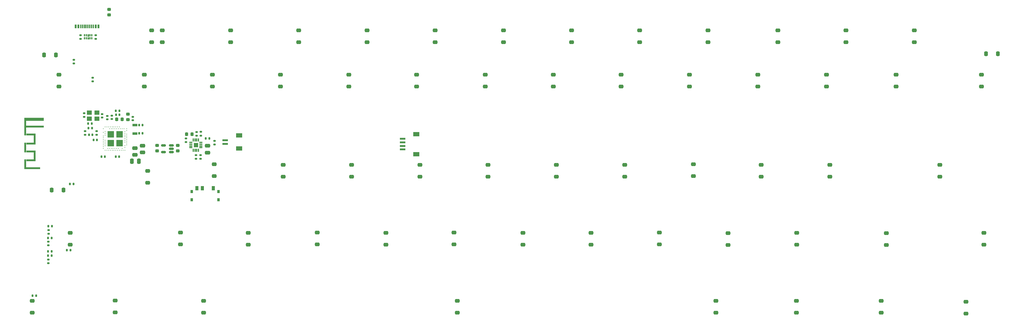
<source format=gbr>
%TF.GenerationSoftware,KiCad,Pcbnew,7.0.1-0*%
%TF.CreationDate,2023-07-30T23:25:48+05:30*%
%TF.ProjectId,Keyboard_60%,4b657962-6f61-4726-945f-3630252e6b69,rev?*%
%TF.SameCoordinates,Original*%
%TF.FileFunction,Paste,Bot*%
%TF.FilePolarity,Positive*%
%FSLAX46Y46*%
G04 Gerber Fmt 4.6, Leading zero omitted, Abs format (unit mm)*
G04 Created by KiCad (PCBNEW 7.0.1-0) date 2023-07-30 23:25:48*
%MOMM*%
%LPD*%
G01*
G04 APERTURE LIST*
G04 Aperture macros list*
%AMRoundRect*
0 Rectangle with rounded corners*
0 $1 Rounding radius*
0 $2 $3 $4 $5 $6 $7 $8 $9 X,Y pos of 4 corners*
0 Add a 4 corners polygon primitive as box body*
4,1,4,$2,$3,$4,$5,$6,$7,$8,$9,$2,$3,0*
0 Add four circle primitives for the rounded corners*
1,1,$1+$1,$2,$3*
1,1,$1+$1,$4,$5*
1,1,$1+$1,$6,$7*
1,1,$1+$1,$8,$9*
0 Add four rect primitives between the rounded corners*
20,1,$1+$1,$2,$3,$4,$5,0*
20,1,$1+$1,$4,$5,$6,$7,0*
20,1,$1+$1,$6,$7,$8,$9,0*
20,1,$1+$1,$8,$9,$2,$3,0*%
G04 Aperture macros list end*
%ADD10C,0.010000*%
%ADD11RoundRect,0.140000X-0.170000X0.140000X-0.170000X-0.140000X0.170000X-0.140000X0.170000X0.140000X0*%
%ADD12RoundRect,0.250000X0.400000X-0.250000X0.400000X0.250000X-0.400000X0.250000X-0.400000X-0.250000X0*%
%ADD13RoundRect,0.225000X0.225000X0.250000X-0.225000X0.250000X-0.225000X-0.250000X0.225000X-0.250000X0*%
%ADD14RoundRect,0.250000X-0.400000X0.250000X-0.400000X-0.250000X0.400000X-0.250000X0.400000X0.250000X0*%
%ADD15C,0.250000*%
%ADD16R,1.800000X1.200000*%
%ADD17R,1.550000X0.600000*%
%ADD18RoundRect,0.135000X-0.135000X-0.185000X0.135000X-0.185000X0.135000X0.185000X-0.135000X0.185000X0*%
%ADD19RoundRect,0.225000X-0.250000X0.225000X-0.250000X-0.225000X0.250000X-0.225000X0.250000X0.225000X0*%
%ADD20RoundRect,0.250000X0.250000X0.400000X-0.250000X0.400000X-0.250000X-0.400000X0.250000X-0.400000X0*%
%ADD21R,0.800000X0.950000*%
%ADD22R,0.900000X1.250000*%
%ADD23RoundRect,0.150000X0.512500X0.150000X-0.512500X0.150000X-0.512500X-0.150000X0.512500X-0.150000X0*%
%ADD24RoundRect,0.140000X0.140000X0.170000X-0.140000X0.170000X-0.140000X-0.170000X0.140000X-0.170000X0*%
%ADD25RoundRect,0.250000X-0.475000X0.250000X-0.475000X-0.250000X0.475000X-0.250000X0.475000X0.250000X0*%
%ADD26RoundRect,0.135000X-0.185000X0.135000X-0.185000X-0.135000X0.185000X-0.135000X0.185000X0.135000X0*%
%ADD27RoundRect,0.140000X0.170000X-0.140000X0.170000X0.140000X-0.170000X0.140000X-0.170000X-0.140000X0*%
%ADD28RoundRect,0.147500X0.147500X0.172500X-0.147500X0.172500X-0.147500X-0.172500X0.147500X-0.172500X0*%
%ADD29RoundRect,0.006000X0.094000X-0.276500X0.094000X0.276500X-0.094000X0.276500X-0.094000X-0.276500X0*%
%ADD30RoundRect,0.218750X0.256250X-0.218750X0.256250X0.218750X-0.256250X0.218750X-0.256250X-0.218750X0*%
%ADD31RoundRect,0.135000X0.135000X0.185000X-0.135000X0.185000X-0.135000X-0.185000X0.135000X-0.185000X0*%
%ADD32RoundRect,0.140000X-0.140000X-0.170000X0.140000X-0.170000X0.140000X0.170000X-0.140000X0.170000X0*%
%ADD33R,1.350000X0.650000*%
%ADD34RoundRect,0.135000X0.185000X-0.135000X0.185000X0.135000X-0.185000X0.135000X-0.185000X-0.135000X0*%
%ADD35RoundRect,0.250000X-0.250000X-0.400000X0.250000X-0.400000X0.250000X0.400000X-0.250000X0.400000X0*%
%ADD36R,1.400000X1.200000*%
%ADD37R,0.600000X1.140000*%
%ADD38R,0.300000X1.140000*%
%ADD39RoundRect,0.007800X0.422200X0.122200X-0.422200X0.122200X-0.422200X-0.122200X0.422200X-0.122200X0*%
%ADD40RoundRect,0.007800X0.122200X-0.422200X0.122200X0.422200X-0.122200X0.422200X-0.122200X-0.422200X0*%
%ADD41R,0.500000X5.000000*%
%ADD42R,0.500000X0.500000*%
%ADD43R,4.900000X0.500000*%
%ADD44R,2.640000X0.500000*%
%ADD45R,0.500000X2.000000*%
%ADD46R,0.500000X2.700000*%
%ADD47R,3.940000X0.500000*%
%ADD48R,4.900000X0.900000*%
%ADD49RoundRect,0.250000X-0.250000X-0.475000X0.250000X-0.475000X0.250000X0.475000X-0.250000X0.475000X0*%
G04 APERTURE END LIST*
%TO.C,U3*%
D10*
X76425000Y-94125000D02*
X74705000Y-94125000D01*
X74705000Y-92405000D01*
X76425000Y-92405000D01*
X76425000Y-94125000D01*
G36*
X76425000Y-94125000D02*
G01*
X74705000Y-94125000D01*
X74705000Y-92405000D01*
X76425000Y-92405000D01*
X76425000Y-94125000D01*
G37*
X76425000Y-91695000D02*
X74705000Y-91695000D01*
X74705000Y-89975000D01*
X76425000Y-89975000D01*
X76425000Y-91695000D01*
G36*
X76425000Y-91695000D02*
G01*
X74705000Y-91695000D01*
X74705000Y-89975000D01*
X76425000Y-89975000D01*
X76425000Y-91695000D01*
G37*
X73995000Y-94125000D02*
X72275000Y-94125000D01*
X72275000Y-92405000D01*
X73995000Y-92405000D01*
X73995000Y-94125000D01*
G36*
X73995000Y-94125000D02*
G01*
X72275000Y-94125000D01*
X72275000Y-92405000D01*
X73995000Y-92405000D01*
X73995000Y-94125000D01*
G37*
X73995000Y-91695000D02*
X72275000Y-91695000D01*
X72275000Y-89975000D01*
X73995000Y-89975000D01*
X73995000Y-91695000D01*
G36*
X73995000Y-91695000D02*
G01*
X72275000Y-91695000D01*
X72275000Y-89975000D01*
X73995000Y-89975000D01*
X73995000Y-91695000D01*
G37*
%TO.C,U4*%
X66988000Y-63803500D02*
X66990000Y-63803500D01*
X66993000Y-63804500D01*
X66995000Y-63804500D01*
X66998000Y-63805500D01*
X67000000Y-63806500D01*
X67003000Y-63807500D01*
X67005000Y-63809500D01*
X67007000Y-63810500D01*
X67009000Y-63812500D01*
X67011000Y-63813500D01*
X67013000Y-63815500D01*
X67015000Y-63817500D01*
X67017000Y-63819500D01*
X67019000Y-63821500D01*
X67020000Y-63823500D01*
X67022000Y-63825500D01*
X67023000Y-63827500D01*
X67025000Y-63829500D01*
X67026000Y-63832500D01*
X67027000Y-63834500D01*
X67028000Y-63837500D01*
X67028000Y-63839500D01*
X67029000Y-63842500D01*
X67029000Y-63844500D01*
X67030000Y-63847500D01*
X67030000Y-63849500D01*
X67030000Y-63852500D01*
X67030000Y-64317500D01*
X67030000Y-64320500D01*
X67030000Y-64322500D01*
X67029000Y-64325500D01*
X67029000Y-64327500D01*
X67028000Y-64330500D01*
X67028000Y-64332500D01*
X67027000Y-64335500D01*
X67026000Y-64337500D01*
X67025000Y-64340500D01*
X67023000Y-64342500D01*
X67022000Y-64344500D01*
X67020000Y-64346500D01*
X67019000Y-64348500D01*
X67017000Y-64350500D01*
X67015000Y-64352500D01*
X67013000Y-64354500D01*
X67011000Y-64356500D01*
X67009000Y-64357500D01*
X67007000Y-64359500D01*
X67005000Y-64360500D01*
X67003000Y-64362500D01*
X67000000Y-64363500D01*
X66998000Y-64364500D01*
X66995000Y-64365500D01*
X66993000Y-64365500D01*
X66990000Y-64366500D01*
X66988000Y-64366500D01*
X66985000Y-64367500D01*
X66983000Y-64367500D01*
X66980000Y-64367500D01*
X66720000Y-64367500D01*
X66717000Y-64367500D01*
X66715000Y-64367500D01*
X66712000Y-64366500D01*
X66710000Y-64366500D01*
X66707000Y-64365500D01*
X66705000Y-64365500D01*
X66702000Y-64364500D01*
X66700000Y-64363500D01*
X66697000Y-64362500D01*
X66695000Y-64360500D01*
X66693000Y-64359500D01*
X66691000Y-64357500D01*
X66689000Y-64356500D01*
X66687000Y-64354500D01*
X66685000Y-64352500D01*
X66683000Y-64350500D01*
X66681000Y-64348500D01*
X66680000Y-64346500D01*
X66678000Y-64344500D01*
X66677000Y-64342500D01*
X66675000Y-64340500D01*
X66674000Y-64337500D01*
X66673000Y-64335500D01*
X66672000Y-64332500D01*
X66672000Y-64330500D01*
X66671000Y-64327500D01*
X66671000Y-64325500D01*
X66670000Y-64322500D01*
X66670000Y-64320500D01*
X66670000Y-64317500D01*
X66670000Y-63852500D01*
X66670000Y-63849500D01*
X66670000Y-63847500D01*
X66671000Y-63844500D01*
X66671000Y-63842500D01*
X66672000Y-63839500D01*
X66672000Y-63837500D01*
X66673000Y-63834500D01*
X66674000Y-63832500D01*
X66675000Y-63829500D01*
X66677000Y-63827500D01*
X66678000Y-63825500D01*
X66680000Y-63823500D01*
X66681000Y-63821500D01*
X66683000Y-63819500D01*
X66685000Y-63817500D01*
X66687000Y-63815500D01*
X66689000Y-63813500D01*
X66691000Y-63812500D01*
X66693000Y-63810500D01*
X66695000Y-63809500D01*
X66697000Y-63807500D01*
X66700000Y-63806500D01*
X66702000Y-63805500D01*
X66705000Y-63804500D01*
X66707000Y-63804500D01*
X66710000Y-63803500D01*
X66712000Y-63803500D01*
X66715000Y-63802500D01*
X66717000Y-63802500D01*
X66720000Y-63802500D01*
X66980000Y-63802500D01*
X66983000Y-63802500D01*
X66985000Y-63802500D01*
X66988000Y-63803500D01*
G36*
X66988000Y-63803500D02*
G01*
X66990000Y-63803500D01*
X66993000Y-63804500D01*
X66995000Y-63804500D01*
X66998000Y-63805500D01*
X67000000Y-63806500D01*
X67003000Y-63807500D01*
X67005000Y-63809500D01*
X67007000Y-63810500D01*
X67009000Y-63812500D01*
X67011000Y-63813500D01*
X67013000Y-63815500D01*
X67015000Y-63817500D01*
X67017000Y-63819500D01*
X67019000Y-63821500D01*
X67020000Y-63823500D01*
X67022000Y-63825500D01*
X67023000Y-63827500D01*
X67025000Y-63829500D01*
X67026000Y-63832500D01*
X67027000Y-63834500D01*
X67028000Y-63837500D01*
X67028000Y-63839500D01*
X67029000Y-63842500D01*
X67029000Y-63844500D01*
X67030000Y-63847500D01*
X67030000Y-63849500D01*
X67030000Y-63852500D01*
X67030000Y-64317500D01*
X67030000Y-64320500D01*
X67030000Y-64322500D01*
X67029000Y-64325500D01*
X67029000Y-64327500D01*
X67028000Y-64330500D01*
X67028000Y-64332500D01*
X67027000Y-64335500D01*
X67026000Y-64337500D01*
X67025000Y-64340500D01*
X67023000Y-64342500D01*
X67022000Y-64344500D01*
X67020000Y-64346500D01*
X67019000Y-64348500D01*
X67017000Y-64350500D01*
X67015000Y-64352500D01*
X67013000Y-64354500D01*
X67011000Y-64356500D01*
X67009000Y-64357500D01*
X67007000Y-64359500D01*
X67005000Y-64360500D01*
X67003000Y-64362500D01*
X67000000Y-64363500D01*
X66998000Y-64364500D01*
X66995000Y-64365500D01*
X66993000Y-64365500D01*
X66990000Y-64366500D01*
X66988000Y-64366500D01*
X66985000Y-64367500D01*
X66983000Y-64367500D01*
X66980000Y-64367500D01*
X66720000Y-64367500D01*
X66717000Y-64367500D01*
X66715000Y-64367500D01*
X66712000Y-64366500D01*
X66710000Y-64366500D01*
X66707000Y-64365500D01*
X66705000Y-64365500D01*
X66702000Y-64364500D01*
X66700000Y-64363500D01*
X66697000Y-64362500D01*
X66695000Y-64360500D01*
X66693000Y-64359500D01*
X66691000Y-64357500D01*
X66689000Y-64356500D01*
X66687000Y-64354500D01*
X66685000Y-64352500D01*
X66683000Y-64350500D01*
X66681000Y-64348500D01*
X66680000Y-64346500D01*
X66678000Y-64344500D01*
X66677000Y-64342500D01*
X66675000Y-64340500D01*
X66674000Y-64337500D01*
X66673000Y-64335500D01*
X66672000Y-64332500D01*
X66672000Y-64330500D01*
X66671000Y-64327500D01*
X66671000Y-64325500D01*
X66670000Y-64322500D01*
X66670000Y-64320500D01*
X66670000Y-64317500D01*
X66670000Y-63852500D01*
X66670000Y-63849500D01*
X66670000Y-63847500D01*
X66671000Y-63844500D01*
X66671000Y-63842500D01*
X66672000Y-63839500D01*
X66672000Y-63837500D01*
X66673000Y-63834500D01*
X66674000Y-63832500D01*
X66675000Y-63829500D01*
X66677000Y-63827500D01*
X66678000Y-63825500D01*
X66680000Y-63823500D01*
X66681000Y-63821500D01*
X66683000Y-63819500D01*
X66685000Y-63817500D01*
X66687000Y-63815500D01*
X66689000Y-63813500D01*
X66691000Y-63812500D01*
X66693000Y-63810500D01*
X66695000Y-63809500D01*
X66697000Y-63807500D01*
X66700000Y-63806500D01*
X66702000Y-63805500D01*
X66705000Y-63804500D01*
X66707000Y-63804500D01*
X66710000Y-63803500D01*
X66712000Y-63803500D01*
X66715000Y-63802500D01*
X66717000Y-63802500D01*
X66720000Y-63802500D01*
X66980000Y-63802500D01*
X66983000Y-63802500D01*
X66985000Y-63802500D01*
X66988000Y-63803500D01*
G37*
X66988000Y-62968500D02*
X66990000Y-62968500D01*
X66993000Y-62969500D01*
X66995000Y-62969500D01*
X66998000Y-62970500D01*
X67000000Y-62971500D01*
X67003000Y-62972500D01*
X67005000Y-62974500D01*
X67007000Y-62975500D01*
X67009000Y-62977500D01*
X67011000Y-62978500D01*
X67013000Y-62980500D01*
X67015000Y-62982500D01*
X67017000Y-62984500D01*
X67019000Y-62986500D01*
X67020000Y-62988500D01*
X67022000Y-62990500D01*
X67023000Y-62992500D01*
X67025000Y-62994500D01*
X67026000Y-62997500D01*
X67027000Y-62999500D01*
X67028000Y-63002500D01*
X67028000Y-63004500D01*
X67029000Y-63007500D01*
X67029000Y-63009500D01*
X67030000Y-63012500D01*
X67030000Y-63014500D01*
X67030000Y-63017500D01*
X67030000Y-63482500D01*
X67030000Y-63485500D01*
X67030000Y-63487500D01*
X67029000Y-63490500D01*
X67029000Y-63492500D01*
X67028000Y-63495500D01*
X67028000Y-63497500D01*
X67027000Y-63500500D01*
X67026000Y-63502500D01*
X67025000Y-63505500D01*
X67023000Y-63507500D01*
X67022000Y-63509500D01*
X67020000Y-63511500D01*
X67019000Y-63513500D01*
X67017000Y-63515500D01*
X67015000Y-63517500D01*
X67013000Y-63519500D01*
X67011000Y-63521500D01*
X67009000Y-63522500D01*
X67007000Y-63524500D01*
X67005000Y-63525500D01*
X67003000Y-63527500D01*
X67000000Y-63528500D01*
X66998000Y-63529500D01*
X66995000Y-63530500D01*
X66993000Y-63530500D01*
X66990000Y-63531500D01*
X66988000Y-63531500D01*
X66985000Y-63532500D01*
X66983000Y-63532500D01*
X66980000Y-63532500D01*
X66720000Y-63532500D01*
X66717000Y-63532500D01*
X66715000Y-63532500D01*
X66712000Y-63531500D01*
X66710000Y-63531500D01*
X66707000Y-63530500D01*
X66705000Y-63530500D01*
X66702000Y-63529500D01*
X66700000Y-63528500D01*
X66697000Y-63527500D01*
X66695000Y-63525500D01*
X66693000Y-63524500D01*
X66691000Y-63522500D01*
X66689000Y-63521500D01*
X66687000Y-63519500D01*
X66685000Y-63517500D01*
X66683000Y-63515500D01*
X66681000Y-63513500D01*
X66680000Y-63511500D01*
X66678000Y-63509500D01*
X66677000Y-63507500D01*
X66675000Y-63505500D01*
X66674000Y-63502500D01*
X66673000Y-63500500D01*
X66672000Y-63497500D01*
X66672000Y-63495500D01*
X66671000Y-63492500D01*
X66671000Y-63490500D01*
X66670000Y-63487500D01*
X66670000Y-63485500D01*
X66670000Y-63482500D01*
X66670000Y-63017500D01*
X66670000Y-63014500D01*
X66670000Y-63012500D01*
X66671000Y-63009500D01*
X66671000Y-63007500D01*
X66672000Y-63004500D01*
X66672000Y-63002500D01*
X66673000Y-62999500D01*
X66674000Y-62997500D01*
X66675000Y-62994500D01*
X66677000Y-62992500D01*
X66678000Y-62990500D01*
X66680000Y-62988500D01*
X66681000Y-62986500D01*
X66683000Y-62984500D01*
X66685000Y-62982500D01*
X66687000Y-62980500D01*
X66689000Y-62978500D01*
X66691000Y-62977500D01*
X66693000Y-62975500D01*
X66695000Y-62974500D01*
X66697000Y-62972500D01*
X66700000Y-62971500D01*
X66702000Y-62970500D01*
X66705000Y-62969500D01*
X66707000Y-62969500D01*
X66710000Y-62968500D01*
X66712000Y-62968500D01*
X66715000Y-62967500D01*
X66717000Y-62967500D01*
X66720000Y-62967500D01*
X66980000Y-62967500D01*
X66983000Y-62967500D01*
X66985000Y-62967500D01*
X66988000Y-62968500D01*
G36*
X66988000Y-62968500D02*
G01*
X66990000Y-62968500D01*
X66993000Y-62969500D01*
X66995000Y-62969500D01*
X66998000Y-62970500D01*
X67000000Y-62971500D01*
X67003000Y-62972500D01*
X67005000Y-62974500D01*
X67007000Y-62975500D01*
X67009000Y-62977500D01*
X67011000Y-62978500D01*
X67013000Y-62980500D01*
X67015000Y-62982500D01*
X67017000Y-62984500D01*
X67019000Y-62986500D01*
X67020000Y-62988500D01*
X67022000Y-62990500D01*
X67023000Y-62992500D01*
X67025000Y-62994500D01*
X67026000Y-62997500D01*
X67027000Y-62999500D01*
X67028000Y-63002500D01*
X67028000Y-63004500D01*
X67029000Y-63007500D01*
X67029000Y-63009500D01*
X67030000Y-63012500D01*
X67030000Y-63014500D01*
X67030000Y-63017500D01*
X67030000Y-63482500D01*
X67030000Y-63485500D01*
X67030000Y-63487500D01*
X67029000Y-63490500D01*
X67029000Y-63492500D01*
X67028000Y-63495500D01*
X67028000Y-63497500D01*
X67027000Y-63500500D01*
X67026000Y-63502500D01*
X67025000Y-63505500D01*
X67023000Y-63507500D01*
X67022000Y-63509500D01*
X67020000Y-63511500D01*
X67019000Y-63513500D01*
X67017000Y-63515500D01*
X67015000Y-63517500D01*
X67013000Y-63519500D01*
X67011000Y-63521500D01*
X67009000Y-63522500D01*
X67007000Y-63524500D01*
X67005000Y-63525500D01*
X67003000Y-63527500D01*
X67000000Y-63528500D01*
X66998000Y-63529500D01*
X66995000Y-63530500D01*
X66993000Y-63530500D01*
X66990000Y-63531500D01*
X66988000Y-63531500D01*
X66985000Y-63532500D01*
X66983000Y-63532500D01*
X66980000Y-63532500D01*
X66720000Y-63532500D01*
X66717000Y-63532500D01*
X66715000Y-63532500D01*
X66712000Y-63531500D01*
X66710000Y-63531500D01*
X66707000Y-63530500D01*
X66705000Y-63530500D01*
X66702000Y-63529500D01*
X66700000Y-63528500D01*
X66697000Y-63527500D01*
X66695000Y-63525500D01*
X66693000Y-63524500D01*
X66691000Y-63522500D01*
X66689000Y-63521500D01*
X66687000Y-63519500D01*
X66685000Y-63517500D01*
X66683000Y-63515500D01*
X66681000Y-63513500D01*
X66680000Y-63511500D01*
X66678000Y-63509500D01*
X66677000Y-63507500D01*
X66675000Y-63505500D01*
X66674000Y-63502500D01*
X66673000Y-63500500D01*
X66672000Y-63497500D01*
X66672000Y-63495500D01*
X66671000Y-63492500D01*
X66671000Y-63490500D01*
X66670000Y-63487500D01*
X66670000Y-63485500D01*
X66670000Y-63482500D01*
X66670000Y-63017500D01*
X66670000Y-63014500D01*
X66670000Y-63012500D01*
X66671000Y-63009500D01*
X66671000Y-63007500D01*
X66672000Y-63004500D01*
X66672000Y-63002500D01*
X66673000Y-62999500D01*
X66674000Y-62997500D01*
X66675000Y-62994500D01*
X66677000Y-62992500D01*
X66678000Y-62990500D01*
X66680000Y-62988500D01*
X66681000Y-62986500D01*
X66683000Y-62984500D01*
X66685000Y-62982500D01*
X66687000Y-62980500D01*
X66689000Y-62978500D01*
X66691000Y-62977500D01*
X66693000Y-62975500D01*
X66695000Y-62974500D01*
X66697000Y-62972500D01*
X66700000Y-62971500D01*
X66702000Y-62970500D01*
X66705000Y-62969500D01*
X66707000Y-62969500D01*
X66710000Y-62968500D01*
X66712000Y-62968500D01*
X66715000Y-62967500D01*
X66717000Y-62967500D01*
X66720000Y-62967500D01*
X66980000Y-62967500D01*
X66983000Y-62967500D01*
X66985000Y-62967500D01*
X66988000Y-62968500D01*
G37*
%TO.C,U1*%
X97410000Y-94380000D02*
X96350000Y-94380000D01*
X96350000Y-93320000D01*
X97410000Y-93320000D01*
X97410000Y-94380000D01*
G36*
X97410000Y-94380000D02*
G01*
X96350000Y-94380000D01*
X96350000Y-93320000D01*
X97410000Y-93320000D01*
X97410000Y-94380000D01*
G37*
%TD*%
D11*
%TO.C,C5*%
X70765000Y-85220000D03*
X70765000Y-86180000D03*
%TD*%
D12*
%TO.C,D47*%
X111500000Y-121650000D03*
X111500000Y-118350000D03*
%TD*%
%TO.C,D4*%
X84600000Y-65150000D03*
X84600000Y-61850000D03*
%TD*%
D13*
%TO.C,C14*%
X76375000Y-86700000D03*
X74825000Y-86700000D03*
%TD*%
D14*
%TO.C,D31*%
X315800000Y-74250000D03*
X315800000Y-77550000D03*
%TD*%
D15*
%TO.C,U3*%
X75600000Y-88800000D03*
X75100000Y-88800000D03*
X74600000Y-88800000D03*
X74100000Y-88800000D03*
X73600000Y-88800000D03*
X73100000Y-88800000D03*
X72600000Y-88800000D03*
X72100000Y-88800000D03*
X71600000Y-88800000D03*
X71100000Y-94300000D03*
X77100000Y-94550000D03*
X76350000Y-94800000D03*
X75350000Y-94800000D03*
X74850000Y-94800000D03*
X74350000Y-94800000D03*
X73850000Y-94800000D03*
X73350000Y-94800000D03*
X72850000Y-94800000D03*
X72350000Y-94800000D03*
X71100000Y-94800000D03*
X77100000Y-95300000D03*
X76600000Y-95300000D03*
X76100000Y-95300000D03*
X75600000Y-95300000D03*
X75100000Y-95300000D03*
X74600000Y-95300000D03*
X74100000Y-95300000D03*
X73600000Y-95300000D03*
X73100000Y-95300000D03*
X72600000Y-95300000D03*
X72100000Y-95300000D03*
X71600000Y-95300000D03*
X77600000Y-89300000D03*
X76850000Y-89300000D03*
X76350000Y-89300000D03*
X75850000Y-89300000D03*
X75350000Y-89300000D03*
X74850000Y-89300000D03*
X74350000Y-89300000D03*
X73850000Y-89300000D03*
X73350000Y-89300000D03*
X72850000Y-89300000D03*
X71100000Y-89300000D03*
X77600000Y-89800000D03*
X77100000Y-90050000D03*
X71600000Y-90050000D03*
X71100000Y-90300000D03*
X77100000Y-90550000D03*
X71600000Y-90550000D03*
X77600000Y-90800000D03*
X77100000Y-91050000D03*
X71600000Y-91050000D03*
X77600000Y-91300000D03*
X71100000Y-91300000D03*
X77100000Y-91550000D03*
X77600000Y-91800000D03*
X71100000Y-91800000D03*
X77100000Y-92050000D03*
X77600000Y-92300000D03*
X71100000Y-92300000D03*
X77100000Y-92550000D03*
X71600000Y-92550000D03*
X77600000Y-92800000D03*
X71100000Y-92800000D03*
X77100000Y-93050000D03*
X71600000Y-93050000D03*
X77600000Y-93300000D03*
X71100000Y-93300000D03*
X71600000Y-93550000D03*
X77600000Y-93800000D03*
X71100000Y-93800000D03*
X77100000Y-94050000D03*
X71600000Y-94050000D03*
%TD*%
D11*
%TO.C,C27*%
X79300000Y-86020000D03*
X79300000Y-86980000D03*
%TD*%
D16*
%TO.C,J1*%
X158340000Y-90800000D03*
X158340000Y-96400000D03*
D17*
X154465000Y-92100000D03*
X154465000Y-93100000D03*
X154465000Y-94100000D03*
X154465000Y-95100000D03*
%TD*%
D12*
%TO.C,D45*%
X61900000Y-121650000D03*
X61900000Y-118350000D03*
%TD*%
D18*
%TO.C,R23*%
X51345000Y-135850000D03*
X52365000Y-135850000D03*
%TD*%
D12*
%TO.C,D9*%
X163565000Y-65150000D03*
X163565000Y-61850000D03*
%TD*%
%TO.C,D5*%
X87500000Y-65150000D03*
X87500000Y-61850000D03*
%TD*%
%TO.C,D62*%
X241750000Y-140650000D03*
X241750000Y-137350000D03*
%TD*%
D14*
%TO.C,D26*%
X215400000Y-74250000D03*
X215400000Y-77550000D03*
%TD*%
D19*
%TO.C,C4*%
X86065000Y-93925000D03*
X86065000Y-95475000D03*
%TD*%
D14*
%TO.C,D21*%
X120500000Y-74250000D03*
X120500000Y-77550000D03*
%TD*%
%TO.C,D23*%
X158400000Y-74250000D03*
X158400000Y-77550000D03*
%TD*%
D12*
%TO.C,D39*%
X197300000Y-102650000D03*
X197300000Y-99350000D03*
%TD*%
%TO.C,D37*%
X159300000Y-102650000D03*
X159300000Y-99350000D03*
%TD*%
D20*
%TO.C,D32*%
X60050000Y-106400000D03*
X56750000Y-106400000D03*
%TD*%
D21*
%TO.C,SW1*%
X103215000Y-109150000D03*
X103215000Y-106850000D03*
X95715000Y-109150000D03*
X95715000Y-106850000D03*
D22*
X101715000Y-105900000D03*
X98715000Y-105900000D03*
X97215000Y-105900000D03*
%TD*%
D12*
%TO.C,D64*%
X287865000Y-140650000D03*
X287865000Y-137350000D03*
%TD*%
%TO.C,D33*%
X83465000Y-104350000D03*
X83465000Y-101050000D03*
%TD*%
D14*
%TO.C,D27*%
X234400000Y-74250000D03*
X234400000Y-77550000D03*
%TD*%
D12*
%TO.C,D58*%
X51300000Y-140650000D03*
X51300000Y-137350000D03*
%TD*%
D23*
%TO.C,U2*%
X90102500Y-93950000D03*
X90102500Y-94900000D03*
X90102500Y-95850000D03*
X87827500Y-95850000D03*
X87827500Y-93950000D03*
%TD*%
D18*
%TO.C,R18*%
X55665000Y-123500000D03*
X56685000Y-123500000D03*
%TD*%
%TO.C,R15*%
X74590000Y-84300000D03*
X75610000Y-84300000D03*
%TD*%
D24*
%TO.C,C24*%
X71545000Y-97100000D03*
X70585000Y-97100000D03*
%TD*%
D25*
%TO.C,C21*%
X79915000Y-94700000D03*
X79915000Y-96600000D03*
%TD*%
D12*
%TO.C,D35*%
X121200000Y-102650000D03*
X121200000Y-99350000D03*
%TD*%
%TO.C,D53*%
X226000000Y-121550000D03*
X226000000Y-118250000D03*
%TD*%
%TO.C,D48*%
X130700000Y-121550000D03*
X130700000Y-118250000D03*
%TD*%
D14*
%TO.C,D24*%
X177500000Y-74250000D03*
X177500000Y-77550000D03*
%TD*%
D26*
%TO.C,R9*%
X55800000Y-120790000D03*
X55800000Y-121810000D03*
%TD*%
D27*
%TO.C,C6*%
X65765000Y-85980000D03*
X65765000Y-85020000D03*
%TD*%
D12*
%TO.C,D6*%
X106565000Y-65150000D03*
X106565000Y-61850000D03*
%TD*%
D18*
%TO.C,R11*%
X55690000Y-119800000D03*
X56710000Y-119800000D03*
%TD*%
D26*
%TO.C,R2*%
X98200000Y-96695000D03*
X98200000Y-97715000D03*
%TD*%
D12*
%TO.C,D38*%
X178300000Y-102650000D03*
X178300000Y-99350000D03*
%TD*%
%TO.C,D10*%
X182565000Y-65150000D03*
X182565000Y-61850000D03*
%TD*%
%TO.C,D50*%
X168800000Y-121550000D03*
X168800000Y-118250000D03*
%TD*%
%TO.C,D61*%
X169700000Y-140650000D03*
X169700000Y-137350000D03*
%TD*%
D26*
%TO.C,R20*%
X68165000Y-75090000D03*
X68165000Y-76110000D03*
%TD*%
D28*
%TO.C,L1*%
X68085000Y-91000000D03*
X67115000Y-91000000D03*
%TD*%
D25*
%TO.C,C2*%
X100100000Y-94055000D03*
X100100000Y-95955000D03*
%TD*%
D29*
%TO.C,U4*%
X67850000Y-64085000D03*
X67350000Y-64085000D03*
X66350000Y-64085000D03*
X65850000Y-64085000D03*
X65850000Y-63250000D03*
X66350000Y-63250000D03*
X67350000Y-63250000D03*
X67850000Y-63250000D03*
%TD*%
D30*
%TO.C,L2*%
X72700000Y-57587500D03*
X72700000Y-56012500D03*
%TD*%
D25*
%TO.C,C22*%
X82015000Y-94050000D03*
X82015000Y-95950000D03*
%TD*%
D31*
%TO.C,R21*%
X62775000Y-104750000D03*
X61755000Y-104750000D03*
%TD*%
D12*
%TO.C,D49*%
X149800000Y-121650000D03*
X149800000Y-118350000D03*
%TD*%
D14*
%TO.C,D30*%
X292000000Y-74250000D03*
X292000000Y-77550000D03*
%TD*%
D26*
%TO.C,R14*%
X102065000Y-92695000D03*
X102065000Y-93715000D03*
%TD*%
%TO.C,R4*%
X94165000Y-92040000D03*
X94165000Y-93060000D03*
%TD*%
D12*
%TO.C,D44*%
X304200000Y-102650000D03*
X304200000Y-99350000D03*
%TD*%
D14*
%TO.C,D28*%
X253500000Y-74250000D03*
X253500000Y-77550000D03*
%TD*%
%TO.C,D29*%
X272600000Y-74250000D03*
X272600000Y-77550000D03*
%TD*%
D12*
%TO.C,D55*%
X264300000Y-121650000D03*
X264300000Y-118350000D03*
%TD*%
D14*
%TO.C,D20*%
X101500000Y-74250000D03*
X101500000Y-77550000D03*
%TD*%
D12*
%TO.C,D40*%
X216400000Y-102650000D03*
X216400000Y-99350000D03*
%TD*%
D24*
%TO.C,C7*%
X82045000Y-88300000D03*
X81085000Y-88300000D03*
%TD*%
D12*
%TO.C,D65*%
X311465000Y-140850000D03*
X311465000Y-137550000D03*
%TD*%
%TO.C,D15*%
X278065000Y-65150000D03*
X278065000Y-61850000D03*
%TD*%
D13*
%TO.C,C1*%
X95840000Y-90800000D03*
X94290000Y-90800000D03*
%TD*%
D12*
%TO.C,D59*%
X74400000Y-140550000D03*
X74400000Y-137250000D03*
%TD*%
D16*
%TO.C,BT1*%
X108965000Y-91200000D03*
X108965000Y-94800000D03*
D17*
X105090000Y-92500000D03*
X105090000Y-93500000D03*
%TD*%
D11*
%TO.C,C15*%
X73465000Y-85670000D03*
X73465000Y-86630000D03*
%TD*%
D24*
%TO.C,C8*%
X82045000Y-90600000D03*
X81085000Y-90600000D03*
%TD*%
D12*
%TO.C,D63*%
X264265000Y-140650000D03*
X264265000Y-137350000D03*
%TD*%
D32*
%TO.C,C9*%
X68385000Y-92450000D03*
X69345000Y-92450000D03*
%TD*%
D12*
%TO.C,D57*%
X316500000Y-121650000D03*
X316500000Y-118350000D03*
%TD*%
%TO.C,D51*%
X188000000Y-121650000D03*
X188000000Y-118350000D03*
%TD*%
%TO.C,D43*%
X273500000Y-102650000D03*
X273500000Y-99350000D03*
%TD*%
%TO.C,D60*%
X99065000Y-140650000D03*
X99065000Y-137350000D03*
%TD*%
D33*
%TO.C,Y2*%
X79865000Y-88300000D03*
X79865000Y-90700000D03*
%TD*%
D14*
%TO.C,D22*%
X139500000Y-74250000D03*
X139500000Y-77550000D03*
%TD*%
D31*
%TO.C,R22*%
X61925000Y-123150000D03*
X60905000Y-123150000D03*
%TD*%
D24*
%TO.C,C16*%
X75580000Y-85400000D03*
X74620000Y-85400000D03*
%TD*%
D26*
%TO.C,R17*%
X69000000Y-63240000D03*
X69000000Y-64260000D03*
%TD*%
D14*
%TO.C,D19*%
X82500000Y-74250000D03*
X82500000Y-77550000D03*
%TD*%
D34*
%TO.C,R5*%
X97100000Y-91225000D03*
X97100000Y-90205000D03*
%TD*%
D35*
%TO.C,D17*%
X317100000Y-68400000D03*
X320400000Y-68400000D03*
%TD*%
D27*
%TO.C,C10*%
X69200000Y-90980000D03*
X69200000Y-90020000D03*
%TD*%
D18*
%TO.C,R12*%
X55790000Y-116500000D03*
X56810000Y-116500000D03*
%TD*%
%TO.C,R10*%
X55690000Y-124700000D03*
X56710000Y-124700000D03*
%TD*%
D12*
%TO.C,D36*%
X140300000Y-102650000D03*
X140300000Y-99350000D03*
%TD*%
%TO.C,D12*%
X220565000Y-65150000D03*
X220565000Y-61850000D03*
%TD*%
D26*
%TO.C,R3*%
X98300000Y-90195000D03*
X98300000Y-91215000D03*
%TD*%
D12*
%TO.C,D11*%
X201565000Y-65150000D03*
X201565000Y-61850000D03*
%TD*%
%TO.C,D46*%
X92600000Y-121550000D03*
X92600000Y-118250000D03*
%TD*%
D36*
%TO.C,Y1*%
X69365000Y-86550000D03*
X67165000Y-86550000D03*
X67165000Y-84850000D03*
X69365000Y-84850000D03*
%TD*%
D18*
%TO.C,TH1*%
X99655000Y-92000000D03*
X100675000Y-92000000D03*
%TD*%
D37*
%TO.C,J4*%
X63365000Y-60750000D03*
X64165000Y-60750000D03*
D38*
X65315000Y-60750000D03*
X66315000Y-60750000D03*
X66815000Y-60750000D03*
X67815000Y-60750000D03*
D37*
X69765000Y-60750000D03*
X68965000Y-60750000D03*
D38*
X68315000Y-60750000D03*
X67315000Y-60750000D03*
X65815000Y-60750000D03*
X64815000Y-60750000D03*
%TD*%
D12*
%TO.C,D7*%
X125565000Y-65150000D03*
X125565000Y-61850000D03*
%TD*%
%TO.C,D8*%
X144565000Y-65150000D03*
X144565000Y-61850000D03*
%TD*%
%TO.C,D34*%
X102000000Y-102550000D03*
X102000000Y-99250000D03*
%TD*%
%TO.C,D56*%
X289300000Y-121750000D03*
X289300000Y-118450000D03*
%TD*%
D19*
%TO.C,C3*%
X91865000Y-93925000D03*
X91865000Y-95475000D03*
%TD*%
D14*
%TO.C,D18*%
X58750000Y-74250000D03*
X58750000Y-77550000D03*
%TD*%
D20*
%TO.C,D3*%
X57900000Y-68750000D03*
X54600000Y-68750000D03*
%TD*%
D12*
%TO.C,D54*%
X245200000Y-121750000D03*
X245200000Y-118450000D03*
%TD*%
D32*
%TO.C,C12*%
X66985000Y-89100000D03*
X67945000Y-89100000D03*
%TD*%
%TO.C,C13*%
X66885000Y-87900000D03*
X67845000Y-87900000D03*
%TD*%
D27*
%TO.C,C26*%
X72215000Y-86680000D03*
X72215000Y-85720000D03*
%TD*%
D12*
%TO.C,D16*%
X297065000Y-65150000D03*
X297065000Y-61850000D03*
%TD*%
D26*
%TO.C,R13*%
X55865000Y-117590000D03*
X55865000Y-118610000D03*
%TD*%
D12*
%TO.C,D13*%
X239565000Y-65150000D03*
X239565000Y-61850000D03*
%TD*%
D27*
%TO.C,C11*%
X66035000Y-90980000D03*
X66035000Y-90020000D03*
%TD*%
D26*
%TO.C,R19*%
X62865000Y-70080000D03*
X62865000Y-71100000D03*
%TD*%
D12*
%TO.C,D42*%
X254400000Y-102650000D03*
X254400000Y-99350000D03*
%TD*%
%TO.C,D41*%
X235500000Y-102550000D03*
X235500000Y-99250000D03*
%TD*%
D19*
%TO.C,C23*%
X78000000Y-85225000D03*
X78000000Y-86775000D03*
%TD*%
D12*
%TO.C,D52*%
X207000000Y-121650000D03*
X207000000Y-118350000D03*
%TD*%
D26*
%TO.C,R16*%
X64750000Y-63240000D03*
X64750000Y-64260000D03*
%TD*%
D39*
%TO.C,U1*%
X98315000Y-93100000D03*
X98315000Y-93600000D03*
X98315000Y-94100000D03*
X98315000Y-94600000D03*
D40*
X97630000Y-95285000D03*
X97130000Y-95285000D03*
X96630000Y-95285000D03*
X96130000Y-95285000D03*
D39*
X95445000Y-94600000D03*
X95445000Y-94100000D03*
X95445000Y-93600000D03*
X95445000Y-93100000D03*
D40*
X96130000Y-92415000D03*
X96630000Y-92415000D03*
X97130000Y-92415000D03*
X97630000Y-92415000D03*
%TD*%
D32*
%TO.C,C25*%
X74585000Y-97100000D03*
X75545000Y-97100000D03*
%TD*%
D14*
%TO.C,D25*%
X196500000Y-74250000D03*
X196500000Y-77550000D03*
%TD*%
D12*
%TO.C,D14*%
X259065000Y-65150000D03*
X259065000Y-61850000D03*
%TD*%
D41*
%TO.C,AE1*%
X49360000Y-88700000D03*
D42*
X54260000Y-88750000D03*
D43*
X52060000Y-88750000D03*
D44*
X50930000Y-90950000D03*
D45*
X52000000Y-92200000D03*
D44*
X50930000Y-93450000D03*
D46*
X49360000Y-94550000D03*
D44*
X50930000Y-95650000D03*
D45*
X52000000Y-96900000D03*
D44*
X50930000Y-98150000D03*
D46*
X49360000Y-99250000D03*
D47*
X51580000Y-100350000D03*
D48*
X52060000Y-86650000D03*
%TD*%
D49*
%TO.C,C20*%
X79065000Y-98400000D03*
X80965000Y-98400000D03*
%TD*%
D26*
%TO.C,R1*%
X96950000Y-96695000D03*
X96950000Y-97715000D03*
%TD*%
%TO.C,R8*%
X55800000Y-125790000D03*
X55800000Y-126810000D03*
%TD*%
M02*

</source>
